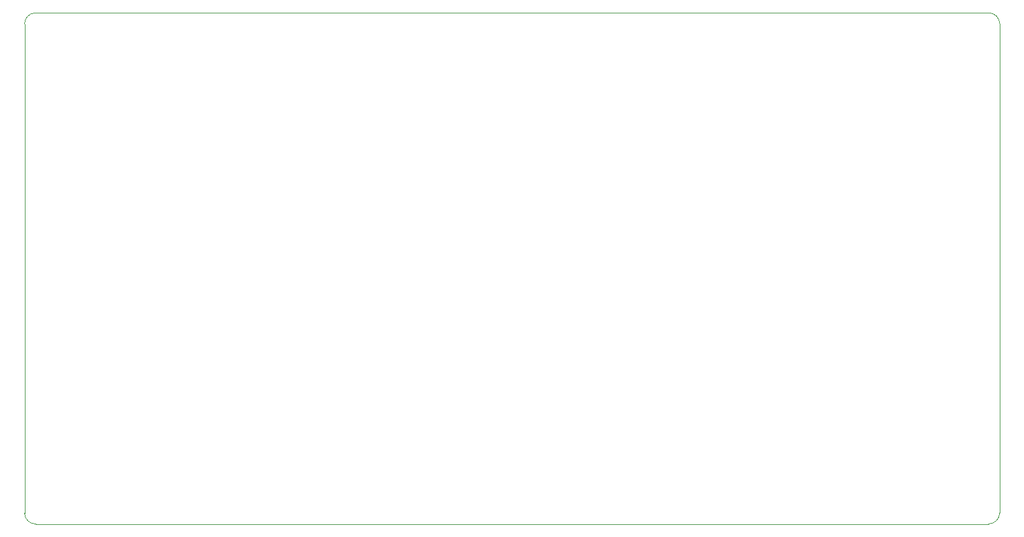
<source format=gbr>
G04 #@! TF.GenerationSoftware,KiCad,Pcbnew,(5.1.5-0-10_14)*
G04 #@! TF.CreationDate,2021-05-20T16:22:00+02:00*
G04 #@! TF.ProjectId,GottaGoFastZ2,476f7474-6147-46f4-9661-73745a322e6b,rev?*
G04 #@! TF.SameCoordinates,Original*
G04 #@! TF.FileFunction,Profile,NP*
%FSLAX46Y46*%
G04 Gerber Fmt 4.6, Leading zero omitted, Abs format (unit mm)*
G04 Created by KiCad (PCBNEW (5.1.5-0-10_14)) date 2021-05-20 16:22:00*
%MOMM*%
%LPD*%
G04 APERTURE LIST*
%ADD10C,0.050000*%
G04 APERTURE END LIST*
D10*
X83846276Y-119760124D02*
X83997800Y-119760124D01*
X210336524Y-51816000D02*
G75*
G02X211836000Y-53262924I26276J-1473200D01*
G01*
X82347034Y-53315476D02*
G75*
G02X83793958Y-51816000I1473200J26276D01*
G01*
X211836000Y-118237000D02*
G75*
G02X210312000Y-119761000I-1524000J0D01*
G01*
X83846276Y-119760124D02*
G75*
G02X82346800Y-118313200I-26276J1473200D01*
G01*
X211836000Y-118237000D02*
X211836000Y-114935000D01*
X83997800Y-119760124D02*
X210312000Y-119761000D01*
X210336524Y-51816000D02*
X83793958Y-51816000D01*
X211836000Y-114935000D02*
X211836000Y-53262924D01*
X82346800Y-118313200D02*
X82347034Y-53315476D01*
M02*

</source>
